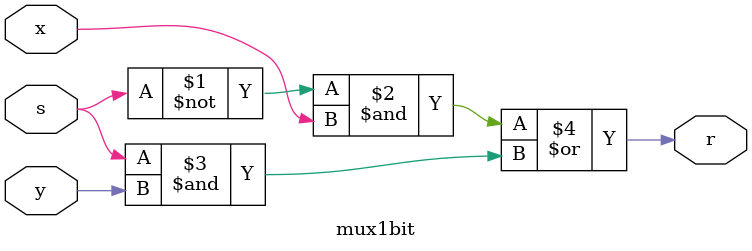
<source format=v>
module mux1bit
(
	input s,
	input x, y,
	output r
);
assign r = ~s & x | s & y;

endmodule
</source>
